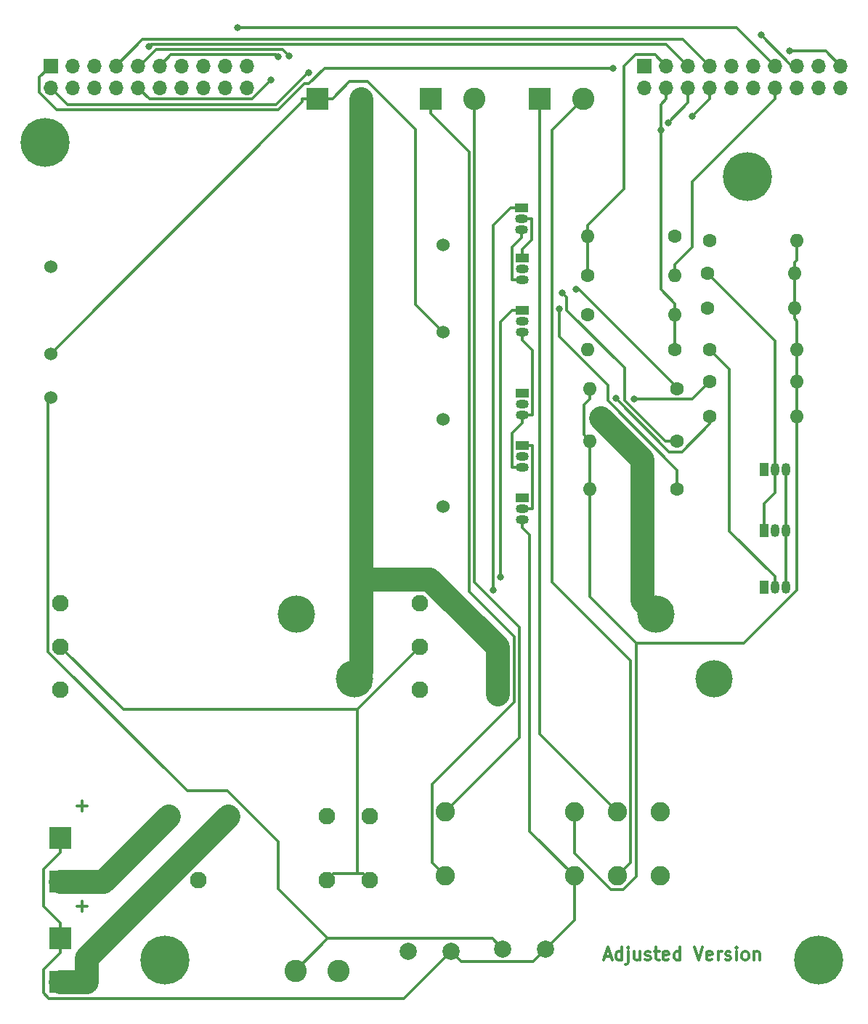
<source format=gbr>
%TF.GenerationSoftware,KiCad,Pcbnew,(5.1.6)-1*%
%TF.CreationDate,2021-11-19T15:31:24+01:00*%
%TF.ProjectId,FoxRobot,466f7852-6f62-46f7-942e-6b696361645f,V01*%
%TF.SameCoordinates,Original*%
%TF.FileFunction,Copper,L1,Top*%
%TF.FilePolarity,Positive*%
%FSLAX46Y46*%
G04 Gerber Fmt 4.6, Leading zero omitted, Abs format (unit mm)*
G04 Created by KiCad (PCBNEW (5.1.6)-1) date 2021-11-19 15:31:24*
%MOMM*%
%LPD*%
G01*
G04 APERTURE LIST*
%TA.AperFunction,NonConductor*%
%ADD10C,0.300000*%
%TD*%
%TA.AperFunction,ComponentPad*%
%ADD11C,1.524000*%
%TD*%
%TA.AperFunction,ComponentPad*%
%ADD12O,1.600000X1.600000*%
%TD*%
%TA.AperFunction,ComponentPad*%
%ADD13C,1.600000*%
%TD*%
%TA.AperFunction,ComponentPad*%
%ADD14R,1.500000X1.050000*%
%TD*%
%TA.AperFunction,ComponentPad*%
%ADD15O,1.500000X1.050000*%
%TD*%
%TA.AperFunction,ComponentPad*%
%ADD16R,1.050000X1.500000*%
%TD*%
%TA.AperFunction,ComponentPad*%
%ADD17O,1.050000X1.500000*%
%TD*%
%TA.AperFunction,ComponentPad*%
%ADD18C,1.950000*%
%TD*%
%TA.AperFunction,ComponentPad*%
%ADD19C,4.350000*%
%TD*%
%TA.AperFunction,ComponentPad*%
%ADD20O,1.700000X1.700000*%
%TD*%
%TA.AperFunction,ComponentPad*%
%ADD21R,1.700000X1.700000*%
%TD*%
%TA.AperFunction,ComponentPad*%
%ADD22C,2.600000*%
%TD*%
%TA.AperFunction,ComponentPad*%
%ADD23R,2.600000X2.600000*%
%TD*%
%TA.AperFunction,SMDPad,CuDef*%
%ADD24R,2.500000X2.500000*%
%TD*%
%TA.AperFunction,ComponentPad*%
%ADD25C,2.250000*%
%TD*%
%TA.AperFunction,ComponentPad*%
%ADD26C,3.600000*%
%TD*%
%TA.AperFunction,ConnectorPad*%
%ADD27C,5.700000*%
%TD*%
%TA.AperFunction,ComponentPad*%
%ADD28C,2.000000*%
%TD*%
%TA.AperFunction,ViaPad*%
%ADD29C,0.800000*%
%TD*%
%TA.AperFunction,Conductor*%
%ADD30C,0.300000*%
%TD*%
%TA.AperFunction,Conductor*%
%ADD31C,2.800000*%
%TD*%
G04 APERTURE END LIST*
D10*
X180793571Y-162175000D02*
X181507857Y-162175000D01*
X180650714Y-162603571D02*
X181150714Y-161103571D01*
X181650714Y-162603571D01*
X182793571Y-162603571D02*
X182793571Y-161103571D01*
X182793571Y-162532142D02*
X182650714Y-162603571D01*
X182365000Y-162603571D01*
X182222142Y-162532142D01*
X182150714Y-162460714D01*
X182079285Y-162317857D01*
X182079285Y-161889285D01*
X182150714Y-161746428D01*
X182222142Y-161675000D01*
X182365000Y-161603571D01*
X182650714Y-161603571D01*
X182793571Y-161675000D01*
X183507857Y-161603571D02*
X183507857Y-162889285D01*
X183436428Y-163032142D01*
X183293571Y-163103571D01*
X183222142Y-163103571D01*
X183507857Y-161103571D02*
X183436428Y-161175000D01*
X183507857Y-161246428D01*
X183579285Y-161175000D01*
X183507857Y-161103571D01*
X183507857Y-161246428D01*
X184865000Y-161603571D02*
X184865000Y-162603571D01*
X184222142Y-161603571D02*
X184222142Y-162389285D01*
X184293571Y-162532142D01*
X184436428Y-162603571D01*
X184650714Y-162603571D01*
X184793571Y-162532142D01*
X184865000Y-162460714D01*
X185507857Y-162532142D02*
X185650714Y-162603571D01*
X185936428Y-162603571D01*
X186079285Y-162532142D01*
X186150714Y-162389285D01*
X186150714Y-162317857D01*
X186079285Y-162175000D01*
X185936428Y-162103571D01*
X185722142Y-162103571D01*
X185579285Y-162032142D01*
X185507857Y-161889285D01*
X185507857Y-161817857D01*
X185579285Y-161675000D01*
X185722142Y-161603571D01*
X185936428Y-161603571D01*
X186079285Y-161675000D01*
X186579285Y-161603571D02*
X187150714Y-161603571D01*
X186793571Y-161103571D02*
X186793571Y-162389285D01*
X186865000Y-162532142D01*
X187007857Y-162603571D01*
X187150714Y-162603571D01*
X188222142Y-162532142D02*
X188079285Y-162603571D01*
X187793571Y-162603571D01*
X187650714Y-162532142D01*
X187579285Y-162389285D01*
X187579285Y-161817857D01*
X187650714Y-161675000D01*
X187793571Y-161603571D01*
X188079285Y-161603571D01*
X188222142Y-161675000D01*
X188293571Y-161817857D01*
X188293571Y-161960714D01*
X187579285Y-162103571D01*
X189579285Y-162603571D02*
X189579285Y-161103571D01*
X189579285Y-162532142D02*
X189436428Y-162603571D01*
X189150714Y-162603571D01*
X189007857Y-162532142D01*
X188936428Y-162460714D01*
X188865000Y-162317857D01*
X188865000Y-161889285D01*
X188936428Y-161746428D01*
X189007857Y-161675000D01*
X189150714Y-161603571D01*
X189436428Y-161603571D01*
X189579285Y-161675000D01*
X191222142Y-161103571D02*
X191722142Y-162603571D01*
X192222142Y-161103571D01*
X193293571Y-162532142D02*
X193150714Y-162603571D01*
X192865000Y-162603571D01*
X192722142Y-162532142D01*
X192650714Y-162389285D01*
X192650714Y-161817857D01*
X192722142Y-161675000D01*
X192865000Y-161603571D01*
X193150714Y-161603571D01*
X193293571Y-161675000D01*
X193365000Y-161817857D01*
X193365000Y-161960714D01*
X192650714Y-162103571D01*
X194007857Y-162603571D02*
X194007857Y-161603571D01*
X194007857Y-161889285D02*
X194079285Y-161746428D01*
X194150714Y-161675000D01*
X194293571Y-161603571D01*
X194436428Y-161603571D01*
X194865000Y-162532142D02*
X195007857Y-162603571D01*
X195293571Y-162603571D01*
X195436428Y-162532142D01*
X195507857Y-162389285D01*
X195507857Y-162317857D01*
X195436428Y-162175000D01*
X195293571Y-162103571D01*
X195079285Y-162103571D01*
X194936428Y-162032142D01*
X194865000Y-161889285D01*
X194865000Y-161817857D01*
X194936428Y-161675000D01*
X195079285Y-161603571D01*
X195293571Y-161603571D01*
X195436428Y-161675000D01*
X196150714Y-162603571D02*
X196150714Y-161603571D01*
X196150714Y-161103571D02*
X196079285Y-161175000D01*
X196150714Y-161246428D01*
X196222142Y-161175000D01*
X196150714Y-161103571D01*
X196150714Y-161246428D01*
X197079285Y-162603571D02*
X196936428Y-162532142D01*
X196865000Y-162460714D01*
X196793571Y-162317857D01*
X196793571Y-161889285D01*
X196865000Y-161746428D01*
X196936428Y-161675000D01*
X197079285Y-161603571D01*
X197293571Y-161603571D01*
X197436428Y-161675000D01*
X197507857Y-161746428D01*
X197579285Y-161889285D01*
X197579285Y-162317857D01*
X197507857Y-162460714D01*
X197436428Y-162532142D01*
X197293571Y-162603571D01*
X197079285Y-162603571D01*
X198222142Y-161603571D02*
X198222142Y-162603571D01*
X198222142Y-161746428D02*
X198293571Y-161675000D01*
X198436428Y-161603571D01*
X198650714Y-161603571D01*
X198793571Y-161675000D01*
X198865000Y-161817857D01*
X198865000Y-162603571D01*
X119316571Y-156317142D02*
X120459428Y-156317142D01*
X119888000Y-156888571D02*
X119888000Y-155745714D01*
X119316571Y-144633142D02*
X120459428Y-144633142D01*
X119888000Y-145204571D02*
X119888000Y-144061714D01*
D11*
%TO.P,U1,8*%
%TO.N,N/C*%
X161925000Y-109728000D03*
%TO.P,U1,7*%
%TO.N,+5V*%
X161925000Y-99568000D03*
%TO.P,U1,6*%
%TO.N,GND*%
X161925000Y-89408000D03*
%TO.P,U1,5*%
%TO.N,N/C*%
X161925000Y-79248000D03*
%TO.P,U1,4*%
%TO.N,Net-(C2-Pad1)*%
X116205000Y-97028000D03*
%TO.P,U1,3*%
%TO.N,GND*%
X116205000Y-91948000D03*
%TO.P,U1,1*%
%TO.N,N/C*%
X116205000Y-81788000D03*
%TD*%
D12*
%TO.P,R13,2*%
%TO.N,+5V*%
X179070000Y-107696000D03*
D13*
%TO.P,R13,1*%
%TO.N,Net-(Q9-Pad2)*%
X189230000Y-107696000D03*
%TD*%
D12*
%TO.P,R12,2*%
%TO.N,+5V*%
X179070000Y-102108000D03*
D13*
%TO.P,R12,1*%
%TO.N,Net-(Q8-Pad2)*%
X189230000Y-102108000D03*
%TD*%
D12*
%TO.P,R11,2*%
%TO.N,+5V*%
X179070000Y-96012000D03*
D13*
%TO.P,R11,1*%
%TO.N,Net-(Q7-Pad2)*%
X189230000Y-96012000D03*
%TD*%
D12*
%TO.P,R10,2*%
%TO.N,+5V*%
X203200000Y-78740000D03*
D13*
%TO.P,R10,1*%
%TO.N,Net-(Q6-Pad2)*%
X193040000Y-78740000D03*
%TD*%
D12*
%TO.P,R9,2*%
%TO.N,+5V*%
X203198000Y-99282000D03*
D13*
%TO.P,R9,1*%
%TO.N,Net-(Q5-Pad2)*%
X193038000Y-99282000D03*
%TD*%
D12*
%TO.P,R8,2*%
%TO.N,+5V*%
X203198000Y-95232000D03*
D13*
%TO.P,R8,1*%
%TO.N,Net-(Q4-Pad2)*%
X193038000Y-95232000D03*
%TD*%
D12*
%TO.P,R7,2*%
%TO.N,+5V*%
X203200000Y-91440000D03*
D13*
%TO.P,R7,1*%
%TO.N,Net-(Q3-Pad2)*%
X193040000Y-91440000D03*
%TD*%
D12*
%TO.P,R6,2*%
%TO.N,+5V*%
X202906000Y-86626000D03*
D13*
%TO.P,R6,1*%
%TO.N,Net-(Q2-Pad2)*%
X192746000Y-86626000D03*
%TD*%
D12*
%TO.P,R5,2*%
%TO.N,+5V*%
X202906000Y-82576000D03*
D13*
%TO.P,R5,1*%
%TO.N,Net-(Q1-Pad2)*%
X192746000Y-82576000D03*
%TD*%
D12*
%TO.P,R4,2*%
%TO.N,GND*%
X188976000Y-82804000D03*
D13*
%TO.P,R4,1*%
%TO.N,/A3*%
X178816000Y-82804000D03*
%TD*%
D12*
%TO.P,R3,2*%
%TO.N,GND*%
X178816000Y-91440000D03*
D13*
%TO.P,R3,1*%
%TO.N,/A4*%
X188976000Y-91440000D03*
%TD*%
D12*
%TO.P,R2,2*%
%TO.N,/A3*%
X178816000Y-78232000D03*
D13*
%TO.P,R2,1*%
%TO.N,Net-(J3-Pad2)*%
X188976000Y-78232000D03*
%TD*%
D12*
%TO.P,R1,2*%
%TO.N,/A4*%
X188976000Y-87376000D03*
D13*
%TO.P,R1,1*%
%TO.N,Net-(J2-Pad2)*%
X178816000Y-87376000D03*
%TD*%
D14*
%TO.P,Q9,1*%
%TO.N,Net-(K4-Pad2)*%
X171196000Y-86868000D03*
D15*
%TO.P,Q9,3*%
%TO.N,GND*%
X171196000Y-89408000D03*
%TO.P,Q9,2*%
%TO.N,Net-(Q9-Pad2)*%
X171196000Y-88138000D03*
%TD*%
D14*
%TO.P,Q8,1*%
%TO.N,Net-(Q7-Pad2)*%
X171196000Y-80772000D03*
D15*
%TO.P,Q8,3*%
%TO.N,GND*%
X171196000Y-83312000D03*
%TO.P,Q8,2*%
%TO.N,Net-(Q8-Pad2)*%
X171196000Y-82042000D03*
%TD*%
D14*
%TO.P,Q7,1*%
%TO.N,Net-(K4-Pad1)*%
X171069000Y-74930000D03*
D15*
%TO.P,Q7,3*%
%TO.N,GND*%
X171069000Y-77470000D03*
%TO.P,Q7,2*%
%TO.N,Net-(Q7-Pad2)*%
X171069000Y-76200000D03*
%TD*%
D14*
%TO.P,Q6,1*%
%TO.N,Net-(K3-Pad2)*%
X171196000Y-96520000D03*
D15*
%TO.P,Q6,3*%
%TO.N,GND*%
X171196000Y-99060000D03*
%TO.P,Q6,2*%
%TO.N,Net-(Q6-Pad2)*%
X171196000Y-97790000D03*
%TD*%
D14*
%TO.P,Q5,1*%
%TO.N,Net-(Q4-Pad2)*%
X171196000Y-102616000D03*
D15*
%TO.P,Q5,3*%
%TO.N,GND*%
X171196000Y-105156000D03*
%TO.P,Q5,2*%
%TO.N,Net-(Q5-Pad2)*%
X171196000Y-103886000D03*
%TD*%
D14*
%TO.P,Q4,1*%
%TO.N,Net-(K3-Pad1)*%
X171196000Y-108712000D03*
D15*
%TO.P,Q4,3*%
%TO.N,GND*%
X171196000Y-111252000D03*
%TO.P,Q4,2*%
%TO.N,Net-(Q4-Pad2)*%
X171196000Y-109982000D03*
%TD*%
D16*
%TO.P,Q3,1*%
%TO.N,Net-(K2-Pad1)*%
X199390000Y-119126000D03*
D17*
%TO.P,Q3,3*%
%TO.N,GND*%
X201930000Y-119126000D03*
%TO.P,Q3,2*%
%TO.N,Net-(Q3-Pad2)*%
X200660000Y-119126000D03*
%TD*%
D16*
%TO.P,Q2,1*%
%TO.N,Net-(Q1-Pad2)*%
X199390000Y-112522000D03*
D17*
%TO.P,Q2,3*%
%TO.N,GND*%
X201930000Y-112522000D03*
%TO.P,Q2,2*%
%TO.N,Net-(Q2-Pad2)*%
X200660000Y-112522000D03*
%TD*%
D16*
%TO.P,Q1,1*%
%TO.N,Net-(K2-Pad2)*%
X199390000Y-105410000D03*
D17*
%TO.P,Q1,3*%
%TO.N,GND*%
X201930000Y-105410000D03*
%TO.P,Q1,2*%
%TO.N,Net-(Q1-Pad2)*%
X200660000Y-105410000D03*
%TD*%
D18*
%TO.P,K4,5*%
%TO.N,+5V*%
X159258000Y-126064000D03*
D19*
%TO.P,K4,4*%
%TO.N,Net-(J6-Pad2)*%
X193508000Y-129814000D03*
%TO.P,K4,3*%
%TO.N,Net-(J2-Pad2)*%
X186758000Y-122314000D03*
D18*
%TO.P,K4,2*%
%TO.N,Net-(K4-Pad2)*%
X159258000Y-121064000D03*
%TO.P,K4,1*%
%TO.N,Net-(K4-Pad1)*%
X159258000Y-131064000D03*
%TD*%
%TO.P,K3,5*%
%TO.N,+5V*%
X117348000Y-126064000D03*
D19*
%TO.P,K3,4*%
%TO.N,Net-(J6-Pad2)*%
X151598000Y-129814000D03*
%TO.P,K3,3*%
%TO.N,Net-(J3-Pad2)*%
X144848000Y-122314000D03*
D18*
%TO.P,K3,2*%
%TO.N,Net-(K3-Pad2)*%
X117348000Y-121064000D03*
%TO.P,K3,1*%
%TO.N,Net-(K3-Pad1)*%
X117348000Y-131064000D03*
%TD*%
%TO.P,K2,7*%
%TO.N,+5V*%
X153416000Y-153296000D03*
%TO.P,K2,6*%
X148416000Y-153296000D03*
%TO.P,K2,5*%
%TO.N,Net-(C1-Pad1)*%
X133416000Y-153296000D03*
%TO.P,K2,4*%
%TO.N,Net-(J3-Pad2)*%
X129916000Y-145796000D03*
%TO.P,K2,3*%
%TO.N,Net-(J2-Pad2)*%
X136916000Y-145796000D03*
%TO.P,K2,2*%
%TO.N,Net-(K2-Pad2)*%
X148416000Y-145796000D03*
%TO.P,K2,1*%
%TO.N,Net-(K2-Pad1)*%
X153416000Y-145796000D03*
%TD*%
D20*
%TO.P,J5,20*%
%TO.N,GND*%
X139065000Y-60960000D03*
%TO.P,J5,19*%
%TO.N,/A19*%
X139065000Y-58420000D03*
%TO.P,J5,18*%
%TO.N,GND*%
X136525000Y-60960000D03*
%TO.P,J5,17*%
%TO.N,/A17*%
X136525000Y-58420000D03*
%TO.P,J5,16*%
%TO.N,GND*%
X133985000Y-60960000D03*
%TO.P,J5,15*%
%TO.N,/A15*%
X133985000Y-58420000D03*
%TO.P,J5,14*%
%TO.N,GND*%
X131445000Y-60960000D03*
%TO.P,J5,13*%
%TO.N,/A13*%
X131445000Y-58420000D03*
%TO.P,J5,12*%
%TO.N,/A12*%
X128905000Y-60960000D03*
%TO.P,J5,11*%
%TO.N,/A11*%
X128905000Y-58420000D03*
%TO.P,J5,10*%
%TO.N,/A10*%
X126365000Y-60960000D03*
%TO.P,J5,9*%
%TO.N,/A9*%
X126365000Y-58420000D03*
%TO.P,J5,8*%
%TO.N,/A8*%
X123825000Y-60960000D03*
%TO.P,J5,7*%
%TO.N,/A7*%
X123825000Y-58420000D03*
%TO.P,J5,6*%
%TO.N,/A6*%
X121285000Y-60960000D03*
%TO.P,J5,5*%
%TO.N,/A5*%
X121285000Y-58420000D03*
%TO.P,J5,4*%
%TO.N,/A4*%
X118745000Y-60960000D03*
%TO.P,J5,3*%
%TO.N,/A3*%
X118745000Y-58420000D03*
%TO.P,J5,2*%
%TO.N,/A2*%
X116205000Y-60960000D03*
D21*
%TO.P,J5,1*%
%TO.N,/A1*%
X116205000Y-58420000D03*
%TD*%
D22*
%TO.P,J4,2*%
%TO.N,Net-(J4-Pad2)*%
X178308000Y-62230000D03*
D23*
%TO.P,J4,1*%
%TO.N,Net-(J4-Pad1)*%
X173228000Y-62230000D03*
%TD*%
D24*
%TO.P,J3,2*%
%TO.N,Net-(J3-Pad2)*%
X117348000Y-153416000D03*
%TO.P,J3,1*%
%TO.N,GND*%
X117348000Y-148336000D03*
%TD*%
%TO.P,J2,2*%
%TO.N,Net-(J2-Pad2)*%
X117348000Y-165100000D03*
%TO.P,J2,1*%
%TO.N,GND*%
X117348000Y-160020000D03*
%TD*%
D25*
%TO.P,K1,11*%
%TO.N,Net-(J4-Pad2)*%
X182252000Y-152802000D03*
%TO.P,K1,12*%
%TO.N,GND*%
X177252000Y-152802000D03*
%TO.P,K1,14*%
%TO.N,Net-(J1-Pad1)*%
X187252000Y-152802000D03*
%TO.P,K1,21*%
%TO.N,Net-(J4-Pad1)*%
X182252000Y-145302000D03*
%TO.P,K1,22*%
%TO.N,+5V*%
X177252000Y-145302000D03*
%TO.P,K1,24*%
%TO.N,Net-(J1-Pad2)*%
X187252000Y-145302000D03*
%TO.P,K1,A1*%
%TO.N,Net-(J1-Pad1)*%
X162252000Y-152802000D03*
%TO.P,K1,A2*%
%TO.N,Net-(J1-Pad2)*%
X162252000Y-145302000D03*
%TD*%
D23*
%TO.P,J1,1*%
%TO.N,Net-(J1-Pad1)*%
X160528000Y-62230000D03*
D22*
%TO.P,J1,2*%
%TO.N,Net-(J1-Pad2)*%
X165608000Y-62230000D03*
%TD*%
D23*
%TO.P,J6,1*%
%TO.N,GND*%
X147320000Y-62230000D03*
D22*
%TO.P,J6,2*%
%TO.N,Net-(J6-Pad2)*%
X152400000Y-62230000D03*
%TD*%
D21*
%TO.P,J7,1*%
%TO.N,/A1*%
X185420000Y-58420000D03*
D20*
%TO.P,J7,2*%
%TO.N,/A2*%
X185420000Y-60960000D03*
%TO.P,J7,3*%
%TO.N,/A3*%
X187960000Y-58420000D03*
%TO.P,J7,4*%
%TO.N,/A4*%
X187960000Y-60960000D03*
%TO.P,J7,5*%
%TO.N,/A5*%
X190500000Y-58420000D03*
%TO.P,J7,6*%
%TO.N,/A6*%
X190500000Y-60960000D03*
%TO.P,J7,7*%
%TO.N,/A7*%
X193040000Y-58420000D03*
%TO.P,J7,8*%
%TO.N,/A8*%
X193040000Y-60960000D03*
%TO.P,J7,9*%
%TO.N,/A9*%
X195580000Y-58420000D03*
%TO.P,J7,10*%
%TO.N,/A10*%
X195580000Y-60960000D03*
%TO.P,J7,11*%
%TO.N,/A11*%
X198120000Y-58420000D03*
%TO.P,J7,12*%
%TO.N,/A12*%
X198120000Y-60960000D03*
%TO.P,J7,13*%
%TO.N,/A13*%
X200660000Y-58420000D03*
%TO.P,J7,14*%
%TO.N,GND*%
X200660000Y-60960000D03*
%TO.P,J7,15*%
%TO.N,/A15*%
X203200000Y-58420000D03*
%TO.P,J7,16*%
%TO.N,GND*%
X203200000Y-60960000D03*
%TO.P,J7,17*%
%TO.N,/A17*%
X205740000Y-58420000D03*
%TO.P,J7,18*%
%TO.N,GND*%
X205740000Y-60960000D03*
%TO.P,J7,19*%
%TO.N,/A19*%
X208280000Y-58420000D03*
%TO.P,J7,20*%
%TO.N,GND*%
X208280000Y-60960000D03*
%TD*%
D26*
%TO.P,H1,1*%
%TO.N,N/C*%
X115570000Y-67310000D03*
D27*
X115570000Y-67310000D03*
%TD*%
%TO.P,H2,1*%
%TO.N,N/C*%
X197435000Y-71335000D03*
D26*
X197435000Y-71335000D03*
%TD*%
%TO.P,H3,1*%
%TO.N,N/C*%
X129540000Y-162560000D03*
D27*
X129540000Y-162560000D03*
%TD*%
%TO.P,H4,1*%
%TO.N,N/C*%
X205740000Y-162560000D03*
D26*
X205740000Y-162560000D03*
%TD*%
D28*
%TO.P,C1,1*%
%TO.N,Net-(C1-Pad1)*%
X157855000Y-161545000D03*
%TO.P,C1,2*%
%TO.N,GND*%
X162855000Y-161545000D03*
%TD*%
%TO.P,C2,2*%
%TO.N,GND*%
X173910000Y-161290000D03*
%TO.P,C2,1*%
%TO.N,Net-(C2-Pad1)*%
X168910000Y-161290000D03*
%TD*%
D22*
%TO.P,L1,1*%
%TO.N,Net-(C2-Pad1)*%
X144780000Y-163830000D03*
%TO.P,L1,2*%
%TO.N,Net-(C1-Pad1)*%
X149780000Y-163830000D03*
%TD*%
D29*
%TO.N,Net-(Q4-Pad2)*%
X184236400Y-97274000D03*
%TO.N,Net-(J2-Pad2)*%
X180331700Y-99442900D03*
%TO.N,Net-(Q5-Pad2)*%
X182064300Y-97124100D03*
%TO.N,Net-(Q7-Pad2)*%
X177462700Y-84432100D03*
%TO.N,Net-(Q8-Pad2)*%
X175813400Y-84836000D03*
%TO.N,Net-(Q9-Pad2)*%
X175481400Y-86701700D03*
%TO.N,Net-(K4-Pad1)*%
X167787000Y-119499100D03*
%TO.N,Net-(J6-Pad2)*%
X168292200Y-131622700D03*
%TO.N,Net-(K4-Pad2)*%
X168644200Y-117963400D03*
%TO.N,/A19*%
X202321300Y-56692000D03*
%TO.N,/A15*%
X199008200Y-54855500D03*
%TO.N,/A13*%
X138000000Y-53948400D03*
%TO.N,/A11*%
X142729300Y-57363100D03*
%TO.N,/A10*%
X141915700Y-60096600D03*
%TO.N,/A9*%
X144013700Y-57303600D03*
%TO.N,/A8*%
X191017200Y-64283100D03*
%TO.N,/A6*%
X188170100Y-65052700D03*
%TO.N,/A5*%
X127624200Y-56193100D03*
%TO.N,/A4*%
X187316900Y-65928400D03*
%TO.N,/A2*%
X146284000Y-59232700D03*
%TO.N,/A1*%
X181732800Y-58693800D03*
%TD*%
D30*
%TO.N,GND*%
X147320000Y-62230000D02*
X149070300Y-62230000D01*
X161925000Y-89408000D02*
X158777600Y-86260600D01*
X158777600Y-86260600D02*
X158777600Y-65836400D01*
X158777600Y-65836400D02*
X153184100Y-60242900D01*
X153184100Y-60242900D02*
X151057400Y-60242900D01*
X151057400Y-60242900D02*
X149070300Y-62230000D01*
X200660000Y-60960000D02*
X200660000Y-62260300D01*
X188976000Y-82804000D02*
X188976000Y-81553700D01*
X188976000Y-81553700D02*
X191018900Y-79510800D01*
X191018900Y-79510800D02*
X191018900Y-71901400D01*
X191018900Y-71901400D02*
X200660000Y-62260300D01*
X171196000Y-99060000D02*
X172396300Y-99060000D01*
X171196000Y-89408000D02*
X171196000Y-90383300D01*
X171196000Y-90383300D02*
X172396300Y-91583600D01*
X172396300Y-91583600D02*
X172396300Y-99060000D01*
X171196000Y-99060000D02*
X171196000Y-100035300D01*
X171196000Y-105156000D02*
X169995700Y-105156000D01*
X169995700Y-105156000D02*
X169995700Y-101235600D01*
X169995700Y-101235600D02*
X171196000Y-100035300D01*
X177252000Y-152802000D02*
X172065100Y-147615100D01*
X172065100Y-147615100D02*
X172065100Y-113096400D01*
X172065100Y-113096400D02*
X171196000Y-112227300D01*
X177252000Y-152802000D02*
X177252000Y-157948000D01*
X177252000Y-157948000D02*
X173910000Y-161290000D01*
X171196000Y-111252000D02*
X171196000Y-112227300D01*
X147320000Y-62230000D02*
X145569700Y-62230000D01*
X145569700Y-62230000D02*
X145569700Y-62583300D01*
X145569700Y-62583300D02*
X116205000Y-91948000D01*
X171196000Y-83312000D02*
X169995700Y-83312000D01*
X171069000Y-77470000D02*
X171069000Y-78445300D01*
X171069000Y-78445300D02*
X169995700Y-79518600D01*
X169995700Y-79518600D02*
X169995700Y-83312000D01*
X162855000Y-161545000D02*
X164089200Y-162779200D01*
X164089200Y-162779200D02*
X172420800Y-162779200D01*
X172420800Y-162779200D02*
X173910000Y-161290000D01*
X162855000Y-161545000D02*
X157345600Y-167054400D01*
X157345600Y-167054400D02*
X116018400Y-167054400D01*
X116018400Y-167054400D02*
X115397600Y-166433600D01*
X115397600Y-166433600D02*
X115397600Y-163670700D01*
X115397600Y-163670700D02*
X117348000Y-161720300D01*
X117348000Y-160020000D02*
X117348000Y-161720300D01*
X201930000Y-112522000D02*
X201930000Y-105410000D01*
X201930000Y-112522000D02*
X201930000Y-119126000D01*
X117348000Y-150036300D02*
X115397700Y-151986600D01*
X115397700Y-151986600D02*
X115397700Y-156369400D01*
X115397700Y-156369400D02*
X117348000Y-158319700D01*
X117348000Y-149186100D02*
X117348000Y-148336000D01*
X117348000Y-149186100D02*
X117348000Y-150036300D01*
X117348000Y-160020000D02*
X117348000Y-158319700D01*
%TO.N,Net-(Q1-Pad2)*%
X200660000Y-105410000D02*
X200660000Y-90490000D01*
X200660000Y-90490000D02*
X192746000Y-82576000D01*
X199390000Y-112522000D02*
X199390000Y-109458300D01*
X199390000Y-109458300D02*
X200660000Y-108188300D01*
X200660000Y-108188300D02*
X200660000Y-105410000D01*
%TO.N,Net-(Q4-Pad2)*%
X184236400Y-97274000D02*
X190996000Y-97274000D01*
X190996000Y-97274000D02*
X193038000Y-95232000D01*
X171196000Y-102616000D02*
X172396300Y-102616000D01*
X171196000Y-109982000D02*
X172396300Y-109982000D01*
X172396300Y-109982000D02*
X172396300Y-102616000D01*
%TO.N,+5V*%
X151931700Y-152553800D02*
X149158200Y-152553800D01*
X149158200Y-152553800D02*
X148416000Y-153296000D01*
X153416000Y-153296000D02*
X152673800Y-152553800D01*
X152673800Y-152553800D02*
X151931700Y-152553800D01*
X151931700Y-152553800D02*
X151931700Y-133390300D01*
X179070000Y-102108000D02*
X178381200Y-101419200D01*
X178381200Y-101419200D02*
X178381200Y-97951100D01*
X178381200Y-97951100D02*
X179070000Y-97262300D01*
X179070000Y-107696000D02*
X179070000Y-102108000D01*
X179070000Y-96012000D02*
X179070000Y-97262300D01*
X151931700Y-133390300D02*
X159258000Y-126064000D01*
X117348000Y-126064000D02*
X124674300Y-133390300D01*
X124674300Y-133390300D02*
X151931700Y-133390300D01*
X202906000Y-82576000D02*
X202906000Y-81325700D01*
X202906000Y-81325700D02*
X203200000Y-81031700D01*
X203200000Y-81031700D02*
X203200000Y-78740000D01*
X202906000Y-86626000D02*
X202906000Y-82576000D01*
X203198000Y-95232000D02*
X203198000Y-93981700D01*
X203198000Y-93981700D02*
X203200000Y-93979700D01*
X203200000Y-93979700D02*
X203200000Y-91440000D01*
X203198000Y-95232000D02*
X203198000Y-99282000D01*
X184485800Y-125662500D02*
X184485800Y-152849100D01*
X184485800Y-152849100D02*
X182952800Y-154382100D01*
X182952800Y-154382100D02*
X181522000Y-154382100D01*
X181522000Y-154382100D02*
X177252000Y-150112100D01*
X177252000Y-150112100D02*
X177252000Y-145302000D01*
X179070000Y-108946300D02*
X179070000Y-120246700D01*
X179070000Y-120246700D02*
X184485800Y-125662500D01*
X203198000Y-99282000D02*
X203198000Y-119507000D01*
X203198000Y-119507000D02*
X197042500Y-125662500D01*
X197042500Y-125662500D02*
X184485800Y-125662500D01*
X179070000Y-108321100D02*
X179070000Y-107696000D01*
X179070000Y-108321100D02*
X179070000Y-108946300D01*
X202906000Y-86626000D02*
X202906000Y-87876300D01*
X203200000Y-91440000D02*
X203200000Y-88170300D01*
X203200000Y-88170300D02*
X202906000Y-87876300D01*
%TO.N,Net-(J1-Pad2)*%
X165608000Y-62230000D02*
X165608100Y-62230000D01*
X165608100Y-62230000D02*
X165608100Y-118535500D01*
X165608100Y-118535500D02*
X170864500Y-123791900D01*
X170864500Y-123791900D02*
X170864500Y-136689500D01*
X170864500Y-136689500D02*
X162252000Y-145302000D01*
%TO.N,Net-(J1-Pad1)*%
X160528000Y-63980300D02*
X165007700Y-68460000D01*
X165007700Y-68460000D02*
X165007700Y-119633000D01*
X165007700Y-119633000D02*
X170264100Y-124889400D01*
X170264100Y-124889400D02*
X170264100Y-132512200D01*
X170264100Y-132512200D02*
X160667800Y-142108500D01*
X160667800Y-142108500D02*
X160667800Y-151217800D01*
X160667800Y-151217800D02*
X162252000Y-152802000D01*
X160528000Y-62230000D02*
X160528000Y-63980300D01*
D31*
%TO.N,Net-(J2-Pad2)*%
X186758000Y-122314000D02*
X185127500Y-120683500D01*
X185127500Y-120683500D02*
X185127500Y-104238700D01*
X185127500Y-104238700D02*
X180331700Y-99442900D01*
X117348000Y-165100000D02*
X120398300Y-165100000D01*
X120398300Y-165100000D02*
X120398300Y-162313700D01*
X120398300Y-162313700D02*
X136916000Y-145796000D01*
D30*
%TO.N,Net-(J4-Pad1)*%
X173228000Y-63980300D02*
X173228000Y-136278000D01*
X173228000Y-136278000D02*
X182252000Y-145302000D01*
X173228000Y-62230000D02*
X173228000Y-63980300D01*
%TO.N,Net-(J4-Pad2)*%
X178308000Y-62230000D02*
X174627200Y-65910800D01*
X174627200Y-65910800D02*
X174627200Y-118542500D01*
X174627200Y-118542500D02*
X183834400Y-127749700D01*
X183834400Y-127749700D02*
X183834400Y-151219600D01*
X183834400Y-151219600D02*
X182252000Y-152802000D01*
%TO.N,Net-(Q3-Pad2)*%
X200660000Y-117925700D02*
X195335500Y-112601200D01*
X195335500Y-112601200D02*
X195335500Y-93735500D01*
X195335500Y-93735500D02*
X193040000Y-91440000D01*
X200660000Y-119126000D02*
X200660000Y-117925700D01*
%TO.N,Net-(Q5-Pad2)*%
X182064300Y-97124100D02*
X182064300Y-97153200D01*
X182064300Y-97153200D02*
X188283900Y-103372800D01*
X188283900Y-103372800D02*
X189791900Y-103372800D01*
X189791900Y-103372800D02*
X193038000Y-100126700D01*
X193038000Y-100126700D02*
X193038000Y-99282000D01*
%TO.N,Net-(Q7-Pad2)*%
X177462700Y-84432100D02*
X177804800Y-84432100D01*
X177804800Y-84432100D02*
X189230000Y-95857300D01*
X189230000Y-95857300D02*
X189230000Y-96012000D01*
X171196000Y-80772000D02*
X171196000Y-79796700D01*
X171069000Y-76200000D02*
X172269300Y-76200000D01*
X172269300Y-76200000D02*
X172269300Y-78723400D01*
X172269300Y-78723400D02*
X171196000Y-79796700D01*
%TO.N,Net-(Q8-Pad2)*%
X175813400Y-84836000D02*
X176390600Y-85413200D01*
X176390600Y-85413200D02*
X176390700Y-85413200D01*
X176390700Y-85413200D02*
X176390700Y-86864200D01*
X176390700Y-86864200D02*
X183133600Y-93607100D01*
X183133600Y-93607100D02*
X183133600Y-97373600D01*
X183133600Y-97373600D02*
X187868000Y-102108000D01*
X187868000Y-102108000D02*
X189230000Y-102108000D01*
%TO.N,Net-(Q9-Pad2)*%
X175481400Y-86701700D02*
X175481400Y-89919700D01*
X175481400Y-89919700D02*
X181177800Y-95616100D01*
X181177800Y-95616100D02*
X181177800Y-97440000D01*
X181177800Y-97440000D02*
X189229900Y-105492100D01*
X189229900Y-105492100D02*
X189230000Y-105492100D01*
X189230000Y-105492100D02*
X189230000Y-107696000D01*
D31*
%TO.N,Net-(J3-Pad2)*%
X117348000Y-153416000D02*
X122296000Y-153416000D01*
X122296000Y-153416000D02*
X129916000Y-145796000D01*
D30*
%TO.N,Net-(K4-Pad1)*%
X169868700Y-74930000D02*
X167787000Y-77011700D01*
X167787000Y-77011700D02*
X167787000Y-119499100D01*
X171069000Y-74930000D02*
X169868700Y-74930000D01*
D31*
%TO.N,Net-(J6-Pad2)*%
X152400000Y-118231100D02*
X152400000Y-62230000D01*
X151598000Y-129814000D02*
X152400000Y-129012000D01*
X152400000Y-129012000D02*
X152400000Y-118231100D01*
X152400000Y-118231100D02*
X160388900Y-118231100D01*
X160388900Y-118231100D02*
X168292200Y-126134400D01*
X168292200Y-126134400D02*
X168292200Y-131622700D01*
D30*
%TO.N,Net-(K4-Pad2)*%
X168644200Y-117963400D02*
X168644200Y-88219500D01*
X168644200Y-88219500D02*
X169995700Y-86868000D01*
X171196000Y-86868000D02*
X169995700Y-86868000D01*
%TO.N,/A19*%
X208280000Y-58420000D02*
X206552000Y-56692000D01*
X206552000Y-56692000D02*
X202321300Y-56692000D01*
%TO.N,/A15*%
X199008200Y-54855500D02*
X202572700Y-58420000D01*
X202572700Y-58420000D02*
X203200000Y-58420000D01*
%TO.N,/A13*%
X200660000Y-58420000D02*
X196188400Y-53948400D01*
X196188400Y-53948400D02*
X138000000Y-53948400D01*
%TO.N,/A11*%
X128905000Y-58420000D02*
X130213900Y-57111100D01*
X130213900Y-57111100D02*
X142477300Y-57111100D01*
X142477300Y-57111100D02*
X142729300Y-57363100D01*
%TO.N,/A10*%
X141915700Y-60096600D02*
X139707500Y-62304800D01*
X139707500Y-62304800D02*
X127709800Y-62304800D01*
X127709800Y-62304800D02*
X126365000Y-60960000D01*
%TO.N,/A9*%
X126365000Y-58420000D02*
X126599800Y-58420000D01*
X126599800Y-58420000D02*
X128509000Y-56510800D01*
X128509000Y-56510800D02*
X143220900Y-56510800D01*
X143220900Y-56510800D02*
X144013700Y-57303600D01*
%TO.N,/A8*%
X193040000Y-62260300D02*
X191017200Y-64283100D01*
X193040000Y-60960000D02*
X193040000Y-62260300D01*
%TO.N,/A7*%
X123825000Y-58420000D02*
X126934800Y-55310200D01*
X126934800Y-55310200D02*
X189930200Y-55310200D01*
X189930200Y-55310200D02*
X193040000Y-58420000D01*
%TO.N,/A6*%
X190500000Y-60960000D02*
X190500000Y-62722800D01*
X190500000Y-62722800D02*
X188170100Y-65052700D01*
%TO.N,/A5*%
X190500000Y-58420000D02*
X187990500Y-55910500D01*
X187990500Y-55910500D02*
X127906800Y-55910500D01*
X127906800Y-55910500D02*
X127624200Y-56193100D01*
%TO.N,/A4*%
X187316900Y-65928400D02*
X187316900Y-62903400D01*
X187316900Y-62903400D02*
X187960000Y-62260300D01*
X188976000Y-86125700D02*
X187316900Y-84466600D01*
X187316900Y-84466600D02*
X187316900Y-65928400D01*
X188976000Y-87376000D02*
X188976000Y-86125700D01*
X187960000Y-60960000D02*
X187960000Y-62260300D01*
X188976000Y-87376000D02*
X188976000Y-91440000D01*
%TO.N,/A3*%
X178816000Y-78232000D02*
X178816000Y-76981700D01*
X187960000Y-58420000D02*
X186641500Y-57101500D01*
X186641500Y-57101500D02*
X184394800Y-57101500D01*
X184394800Y-57101500D02*
X183060200Y-58436100D01*
X183060200Y-58436100D02*
X183060200Y-72737500D01*
X183060200Y-72737500D02*
X178816000Y-76981700D01*
X178816000Y-78232000D02*
X178816000Y-82804000D01*
%TO.N,/A2*%
X116205000Y-60960000D02*
X118162200Y-62917200D01*
X118162200Y-62917200D02*
X142503200Y-62917200D01*
X142503200Y-62917200D02*
X146187700Y-59232700D01*
X146187700Y-59232700D02*
X146284000Y-59232700D01*
%TO.N,/A1*%
X116205000Y-58420000D02*
X114903700Y-59721300D01*
X114903700Y-59721300D02*
X114903700Y-61521100D01*
X114903700Y-61521100D02*
X116954600Y-63572000D01*
X116954600Y-63572000D02*
X142697400Y-63572000D01*
X142697400Y-63572000D02*
X145789800Y-60479600D01*
X145789800Y-60479600D02*
X146328300Y-60479600D01*
X146328300Y-60479600D02*
X148114100Y-58693800D01*
X148114100Y-58693800D02*
X181732800Y-58693800D01*
%TO.N,Net-(C2-Pad1)*%
X148527400Y-160082600D02*
X167702600Y-160082600D01*
X167702600Y-160082600D02*
X168910000Y-161290000D01*
X144780000Y-163830000D02*
X148527400Y-160082600D01*
X116205000Y-97028000D02*
X115904700Y-97328300D01*
X115904700Y-97328300D02*
X115904700Y-126674300D01*
X115904700Y-126674300D02*
X132130500Y-142900100D01*
X132130500Y-142900100D02*
X136825100Y-142900100D01*
X136825100Y-142900100D02*
X142716400Y-148791400D01*
X142716400Y-148791400D02*
X142716400Y-154271600D01*
X142716400Y-154271600D02*
X148527400Y-160082600D01*
%TD*%
M02*

</source>
